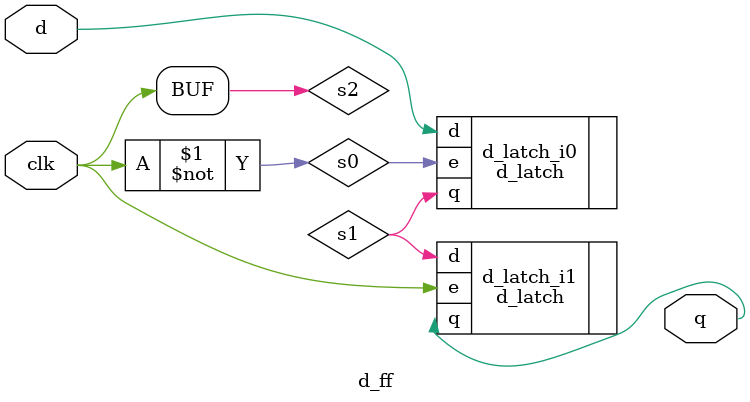
<source format=v>

module d_ff (
  input d,
  input clk,
  output q
);
  wire s0;
  wire s1;
  wire s2;
  assign s0 = ~ clk;
  // master
  d_latch d_latch_i0 (
    .d( d ),
    .e( s0 ),
    .q( s1 )
  );
  assign s2 = ~ s0;
  // slave
  d_latch d_latch_i1 (
    .d( s1 ),
    .e( s2 ),
    .q( q )
  );
endmodule

</source>
